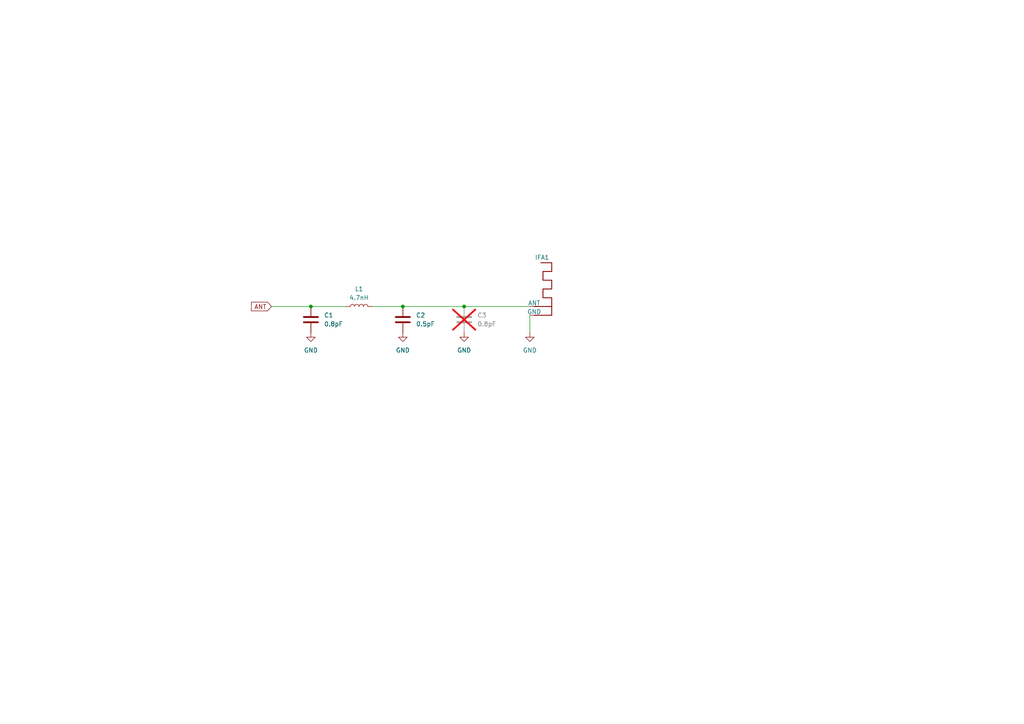
<source format=kicad_sch>
(kicad_sch
	(version 20250114)
	(generator "eeschema")
	(generator_version "9.0")
	(uuid "6a87e904-15b1-4a91-9760-c823a594b897")
	(paper "A4")
	(lib_symbols
		(symbol "Device:C"
			(pin_numbers
				(hide yes)
			)
			(pin_names
				(offset 0.254)
			)
			(exclude_from_sim no)
			(in_bom yes)
			(on_board yes)
			(property "Reference" "C"
				(at 0.635 2.54 0)
				(effects
					(font
						(size 1.27 1.27)
					)
					(justify left)
				)
			)
			(property "Value" "C"
				(at 0.635 -2.54 0)
				(effects
					(font
						(size 1.27 1.27)
					)
					(justify left)
				)
			)
			(property "Footprint" ""
				(at 0.9652 -3.81 0)
				(effects
					(font
						(size 1.27 1.27)
					)
					(hide yes)
				)
			)
			(property "Datasheet" "~"
				(at 0 0 0)
				(effects
					(font
						(size 1.27 1.27)
					)
					(hide yes)
				)
			)
			(property "Description" "Unpolarized capacitor"
				(at 0 0 0)
				(effects
					(font
						(size 1.27 1.27)
					)
					(hide yes)
				)
			)
			(property "ki_keywords" "cap capacitor"
				(at 0 0 0)
				(effects
					(font
						(size 1.27 1.27)
					)
					(hide yes)
				)
			)
			(property "ki_fp_filters" "C_*"
				(at 0 0 0)
				(effects
					(font
						(size 1.27 1.27)
					)
					(hide yes)
				)
			)
			(symbol "C_0_1"
				(polyline
					(pts
						(xy -2.032 0.762) (xy 2.032 0.762)
					)
					(stroke
						(width 0.508)
						(type default)
					)
					(fill
						(type none)
					)
				)
				(polyline
					(pts
						(xy -2.032 -0.762) (xy 2.032 -0.762)
					)
					(stroke
						(width 0.508)
						(type default)
					)
					(fill
						(type none)
					)
				)
			)
			(symbol "C_1_1"
				(pin passive line
					(at 0 3.81 270)
					(length 2.794)
					(name "~"
						(effects
							(font
								(size 1.27 1.27)
							)
						)
					)
					(number "1"
						(effects
							(font
								(size 1.27 1.27)
							)
						)
					)
				)
				(pin passive line
					(at 0 -3.81 90)
					(length 2.794)
					(name "~"
						(effects
							(font
								(size 1.27 1.27)
							)
						)
					)
					(number "2"
						(effects
							(font
								(size 1.27 1.27)
							)
						)
					)
				)
			)
			(embedded_fonts no)
		)
		(symbol "Device:L"
			(pin_numbers
				(hide yes)
			)
			(pin_names
				(offset 1.016)
				(hide yes)
			)
			(exclude_from_sim no)
			(in_bom yes)
			(on_board yes)
			(property "Reference" "L"
				(at -1.27 0 90)
				(effects
					(font
						(size 1.27 1.27)
					)
				)
			)
			(property "Value" "L"
				(at 1.905 0 90)
				(effects
					(font
						(size 1.27 1.27)
					)
				)
			)
			(property "Footprint" ""
				(at 0 0 0)
				(effects
					(font
						(size 1.27 1.27)
					)
					(hide yes)
				)
			)
			(property "Datasheet" "~"
				(at 0 0 0)
				(effects
					(font
						(size 1.27 1.27)
					)
					(hide yes)
				)
			)
			(property "Description" "Inductor"
				(at 0 0 0)
				(effects
					(font
						(size 1.27 1.27)
					)
					(hide yes)
				)
			)
			(property "ki_keywords" "inductor choke coil reactor magnetic"
				(at 0 0 0)
				(effects
					(font
						(size 1.27 1.27)
					)
					(hide yes)
				)
			)
			(property "ki_fp_filters" "Choke_* *Coil* Inductor_* L_*"
				(at 0 0 0)
				(effects
					(font
						(size 1.27 1.27)
					)
					(hide yes)
				)
			)
			(symbol "L_0_1"
				(arc
					(start 0 2.54)
					(mid 0.6323 1.905)
					(end 0 1.27)
					(stroke
						(width 0)
						(type default)
					)
					(fill
						(type none)
					)
				)
				(arc
					(start 0 1.27)
					(mid 0.6323 0.635)
					(end 0 0)
					(stroke
						(width 0)
						(type default)
					)
					(fill
						(type none)
					)
				)
				(arc
					(start 0 0)
					(mid 0.6323 -0.635)
					(end 0 -1.27)
					(stroke
						(width 0)
						(type default)
					)
					(fill
						(type none)
					)
				)
				(arc
					(start 0 -1.27)
					(mid 0.6323 -1.905)
					(end 0 -2.54)
					(stroke
						(width 0)
						(type default)
					)
					(fill
						(type none)
					)
				)
			)
			(symbol "L_1_1"
				(pin passive line
					(at 0 3.81 270)
					(length 1.27)
					(name "1"
						(effects
							(font
								(size 1.27 1.27)
							)
						)
					)
					(number "1"
						(effects
							(font
								(size 1.27 1.27)
							)
						)
					)
				)
				(pin passive line
					(at 0 -3.81 90)
					(length 1.27)
					(name "2"
						(effects
							(font
								(size 1.27 1.27)
							)
						)
					)
					(number "2"
						(effects
							(font
								(size 1.27 1.27)
							)
						)
					)
				)
			)
			(embedded_fonts no)
		)
		(symbol "IFA_1"
			(pin_names
				(offset 0)
			)
			(exclude_from_sim no)
			(in_bom yes)
			(on_board yes)
			(property "Reference" "IFA"
				(at 0 1.27 0)
				(effects
					(font
						(size 1.27 1.27)
					)
				)
			)
			(property "Value" ""
				(at 0 0 0)
				(effects
					(font
						(size 1.27 1.27)
					)
				)
			)
			(property "Footprint" ""
				(at 0 0 0)
				(effects
					(font
						(size 1.27 1.27)
					)
					(hide yes)
				)
			)
			(property "Datasheet" ""
				(at 0 0 0)
				(effects
					(font
						(size 1.27 1.27)
					)
					(hide yes)
				)
			)
			(property "Description" ""
				(at 0 0 0)
				(effects
					(font
						(size 1.27 1.27)
					)
					(hide yes)
				)
			)
			(symbol "IFA_1_1_1"
				(polyline
					(pts
						(xy -7.62 0) (xy -5.08 0) (xy -5.08 -5.08) (xy -5.08 0) (xy -2.54 0) (xy -2.54 -2.54) (xy 0 -2.54)
						(xy 0 0) (xy 2.54 0) (xy 2.54 -2.54) (xy 5.08 -2.54) (xy 5.08 0) (xy 7.62 0) (xy 7.62 -2.54) (xy 7.62 -3.175)
					)
					(stroke
						(width 0.254)
						(type solid)
					)
					(fill
						(type none)
					)
				)
				(polyline
					(pts
						(xy -7.62 -5.08) (xy -7.62 0)
					)
					(stroke
						(width 0.254)
						(type solid)
					)
					(fill
						(type none)
					)
				)
				(pin input line
					(at -7.62 -6.35 90)
					(length 2.54)
					(name "GND"
						(effects
							(font
								(size 1.27 1.27)
							)
						)
					)
					(number ""
						(effects
							(font
								(size 1.27 1.27)
							)
						)
					)
				)
				(pin input line
					(at -5.08 -6.35 90)
					(length 2.54)
					(name "ANT"
						(effects
							(font
								(size 1.27 1.27)
							)
						)
					)
					(number ""
						(effects
							(font
								(size 1.27 1.27)
							)
						)
					)
				)
			)
			(embedded_fonts no)
		)
		(symbol "power:GND"
			(power)
			(pin_numbers
				(hide yes)
			)
			(pin_names
				(offset 0)
				(hide yes)
			)
			(exclude_from_sim no)
			(in_bom yes)
			(on_board yes)
			(property "Reference" "#PWR"
				(at 0 -6.35 0)
				(effects
					(font
						(size 1.27 1.27)
					)
					(hide yes)
				)
			)
			(property "Value" "GND"
				(at 0 -3.81 0)
				(effects
					(font
						(size 1.27 1.27)
					)
				)
			)
			(property "Footprint" ""
				(at 0 0 0)
				(effects
					(font
						(size 1.27 1.27)
					)
					(hide yes)
				)
			)
			(property "Datasheet" ""
				(at 0 0 0)
				(effects
					(font
						(size 1.27 1.27)
					)
					(hide yes)
				)
			)
			(property "Description" "Power symbol creates a global label with name \"GND\" , ground"
				(at 0 0 0)
				(effects
					(font
						(size 1.27 1.27)
					)
					(hide yes)
				)
			)
			(property "ki_keywords" "global power"
				(at 0 0 0)
				(effects
					(font
						(size 1.27 1.27)
					)
					(hide yes)
				)
			)
			(symbol "GND_0_1"
				(polyline
					(pts
						(xy 0 0) (xy 0 -1.27) (xy 1.27 -1.27) (xy 0 -2.54) (xy -1.27 -1.27) (xy 0 -1.27)
					)
					(stroke
						(width 0)
						(type default)
					)
					(fill
						(type none)
					)
				)
			)
			(symbol "GND_1_1"
				(pin power_in line
					(at 0 0 270)
					(length 0)
					(name "~"
						(effects
							(font
								(size 1.27 1.27)
							)
						)
					)
					(number "1"
						(effects
							(font
								(size 1.27 1.27)
							)
						)
					)
				)
			)
			(embedded_fonts no)
		)
	)
	(junction
		(at 116.84 88.9)
		(diameter 0)
		(color 0 0 0 0)
		(uuid "2b439b03-83f6-47f4-9d46-5d923a7b253e")
	)
	(junction
		(at 134.62 88.9)
		(diameter 0)
		(color 0 0 0 0)
		(uuid "add76e1f-1410-40a2-bcb7-d16badaa9bb5")
	)
	(junction
		(at 90.17 88.9)
		(diameter 0)
		(color 0 0 0 0)
		(uuid "e1578a46-89dd-4c3f-9cd4-614f0e0d6eb8")
	)
	(wire
		(pts
			(xy 116.84 88.9) (xy 107.95 88.9)
		)
		(stroke
			(width 0)
			(type default)
		)
		(uuid "27b5793e-80c1-43eb-995d-4af0f5727b58")
	)
	(wire
		(pts
			(xy 153.67 96.52) (xy 153.67 91.44)
		)
		(stroke
			(width 0)
			(type default)
		)
		(uuid "5f867c4b-82cd-4657-aef6-766d70afd2ae")
	)
	(wire
		(pts
			(xy 116.84 88.9) (xy 134.62 88.9)
		)
		(stroke
			(width 0)
			(type default)
		)
		(uuid "678938a4-6292-4535-afee-0882bf7f1f85")
	)
	(wire
		(pts
			(xy 134.62 88.9) (xy 153.67 88.9)
		)
		(stroke
			(width 0)
			(type default)
		)
		(uuid "b13b8afc-1a2c-42ad-b3a5-f2a9628227f6")
	)
	(wire
		(pts
			(xy 100.33 88.9) (xy 90.17 88.9)
		)
		(stroke
			(width 0)
			(type default)
		)
		(uuid "b5c47f12-a83f-4ff7-b835-9ecf1e5139ab")
	)
	(wire
		(pts
			(xy 90.17 88.9) (xy 78.74 88.9)
		)
		(stroke
			(width 0)
			(type default)
		)
		(uuid "c77411f9-60d1-4287-bd12-6ebb2ba5ffb3")
	)
	(global_label "ANT"
		(shape input)
		(at 78.74 88.9 180)
		(fields_autoplaced yes)
		(effects
			(font
				(size 1.27 1.27)
			)
			(justify right)
		)
		(uuid "1aa59bf9-a337-4bca-a10b-f19c88c787c4")
		(property "Intersheetrefs" "${INTERSHEET_REFS}"
			(at 72.3681 88.9 0)
			(effects
				(font
					(size 1.27 1.27)
				)
				(justify right)
				(hide yes)
			)
		)
	)
	(symbol
		(lib_id "power:GND")
		(at 90.17 96.52 0)
		(unit 1)
		(exclude_from_sim no)
		(in_bom yes)
		(on_board yes)
		(dnp no)
		(fields_autoplaced yes)
		(uuid "0195ea80-c448-424f-b510-5a46ae9dd09a")
		(property "Reference" "#PWR01"
			(at 90.17 102.87 0)
			(effects
				(font
					(size 1.27 1.27)
				)
				(hide yes)
			)
		)
		(property "Value" "GND"
			(at 90.17 101.6 0)
			(effects
				(font
					(size 1.27 1.27)
				)
			)
		)
		(property "Footprint" ""
			(at 90.17 96.52 0)
			(effects
				(font
					(size 1.27 1.27)
				)
				(hide yes)
			)
		)
		(property "Datasheet" ""
			(at 90.17 96.52 0)
			(effects
				(font
					(size 1.27 1.27)
				)
				(hide yes)
			)
		)
		(property "Description" "Power symbol creates a global label with name \"GND\" , ground"
			(at 90.17 96.52 0)
			(effects
				(font
					(size 1.27 1.27)
				)
				(hide yes)
			)
		)
		(pin "1"
			(uuid "d36317b1-0c8f-44fe-bb54-9361b09a13ed")
		)
		(instances
			(project ""
				(path "/c35084ab-104c-4a4c-9388-a839989b8e3d/3667dea7-8e32-4a45-b43f-5dd0dd433143"
					(reference "#PWR01")
					(unit 1)
				)
			)
		)
	)
	(symbol
		(lib_id "Device:C")
		(at 90.17 92.71 0)
		(unit 1)
		(exclude_from_sim no)
		(in_bom yes)
		(on_board yes)
		(dnp no)
		(fields_autoplaced yes)
		(uuid "1c7c8038-ee91-4d52-a388-0bbb95c058f8")
		(property "Reference" "C1"
			(at 93.98 91.4399 0)
			(effects
				(font
					(size 1.27 1.27)
				)
				(justify left)
			)
		)
		(property "Value" "0.8pF"
			(at 93.98 93.9799 0)
			(effects
				(font
					(size 1.27 1.27)
				)
				(justify left)
			)
		)
		(property "Footprint" ""
			(at 91.1352 96.52 0)
			(effects
				(font
					(size 1.27 1.27)
				)
				(hide yes)
			)
		)
		(property "Datasheet" "~"
			(at 90.17 92.71 0)
			(effects
				(font
					(size 1.27 1.27)
				)
				(hide yes)
			)
		)
		(property "Description" "Unpolarized capacitor"
			(at 90.17 92.71 0)
			(effects
				(font
					(size 1.27 1.27)
				)
				(hide yes)
			)
		)
		(pin "1"
			(uuid "0c32caf5-403b-4d06-aab2-e755919dea74")
		)
		(pin "2"
			(uuid "fdbb3b23-4556-4bd2-9c8f-e7c5acb9b2d6")
		)
		(instances
			(project ""
				(path "/c35084ab-104c-4a4c-9388-a839989b8e3d/3667dea7-8e32-4a45-b43f-5dd0dd433143"
					(reference "C1")
					(unit 1)
				)
			)
		)
	)
	(symbol
		(lib_id "Device:C")
		(at 134.62 92.71 0)
		(unit 1)
		(exclude_from_sim yes)
		(in_bom no)
		(on_board no)
		(dnp yes)
		(fields_autoplaced yes)
		(uuid "98054476-b234-449b-bf09-dcfc939e49f9")
		(property "Reference" "C3"
			(at 138.43 91.4399 0)
			(effects
				(font
					(size 1.27 1.27)
				)
				(justify left)
			)
		)
		(property "Value" "0.8pF"
			(at 138.43 93.9799 0)
			(effects
				(font
					(size 1.27 1.27)
				)
				(justify left)
			)
		)
		(property "Footprint" ""
			(at 135.5852 96.52 0)
			(effects
				(font
					(size 1.27 1.27)
				)
				(hide yes)
			)
		)
		(property "Datasheet" "~"
			(at 134.62 92.71 0)
			(effects
				(font
					(size 1.27 1.27)
				)
				(hide yes)
			)
		)
		(property "Description" "Unpolarized capacitor"
			(at 134.62 92.71 0)
			(effects
				(font
					(size 1.27 1.27)
				)
				(hide yes)
			)
		)
		(pin "1"
			(uuid "28360bd1-3924-42f3-8632-bafd7a6b8480")
		)
		(pin "2"
			(uuid "3557f3ad-6494-4190-ba64-72785bceb0b2")
		)
		(instances
			(project "hornet_kb"
				(path "/c35084ab-104c-4a4c-9388-a839989b8e3d/3667dea7-8e32-4a45-b43f-5dd0dd433143"
					(reference "C3")
					(unit 1)
				)
			)
		)
	)
	(symbol
		(lib_id "power:GND")
		(at 116.84 96.52 0)
		(unit 1)
		(exclude_from_sim no)
		(in_bom yes)
		(on_board yes)
		(dnp no)
		(fields_autoplaced yes)
		(uuid "af367271-6e7c-49a4-bbd4-3d1a89e470b3")
		(property "Reference" "#PWR02"
			(at 116.84 102.87 0)
			(effects
				(font
					(size 1.27 1.27)
				)
				(hide yes)
			)
		)
		(property "Value" "GND"
			(at 116.84 101.6 0)
			(effects
				(font
					(size 1.27 1.27)
				)
			)
		)
		(property "Footprint" ""
			(at 116.84 96.52 0)
			(effects
				(font
					(size 1.27 1.27)
				)
				(hide yes)
			)
		)
		(property "Datasheet" ""
			(at 116.84 96.52 0)
			(effects
				(font
					(size 1.27 1.27)
				)
				(hide yes)
			)
		)
		(property "Description" "Power symbol creates a global label with name \"GND\" , ground"
			(at 116.84 96.52 0)
			(effects
				(font
					(size 1.27 1.27)
				)
				(hide yes)
			)
		)
		(pin "1"
			(uuid "f657a09a-0538-40e8-9214-306c2eeaf5fd")
		)
		(instances
			(project "hornet_kb"
				(path "/c35084ab-104c-4a4c-9388-a839989b8e3d/3667dea7-8e32-4a45-b43f-5dd0dd433143"
					(reference "#PWR02")
					(unit 1)
				)
			)
		)
	)
	(symbol
		(lib_id "Device:C")
		(at 116.84 92.71 0)
		(unit 1)
		(exclude_from_sim no)
		(in_bom yes)
		(on_board yes)
		(dnp no)
		(fields_autoplaced yes)
		(uuid "bcc4e492-027b-4911-8919-0e9290f7c662")
		(property "Reference" "C2"
			(at 120.65 91.4399 0)
			(effects
				(font
					(size 1.27 1.27)
				)
				(justify left)
			)
		)
		(property "Value" "0.5pF"
			(at 120.65 93.9799 0)
			(effects
				(font
					(size 1.27 1.27)
				)
				(justify left)
			)
		)
		(property "Footprint" ""
			(at 117.8052 96.52 0)
			(effects
				(font
					(size 1.27 1.27)
				)
				(hide yes)
			)
		)
		(property "Datasheet" "~"
			(at 116.84 92.71 0)
			(effects
				(font
					(size 1.27 1.27)
				)
				(hide yes)
			)
		)
		(property "Description" "Unpolarized capacitor"
			(at 116.84 92.71 0)
			(effects
				(font
					(size 1.27 1.27)
				)
				(hide yes)
			)
		)
		(pin "1"
			(uuid "309eb1ad-ad37-426a-aa69-2e027f2c1bc0")
		)
		(pin "2"
			(uuid "67278e3e-8d8e-44e5-884d-f0da378e5a5a")
		)
		(instances
			(project "hornet_kb"
				(path "/c35084ab-104c-4a4c-9388-a839989b8e3d/3667dea7-8e32-4a45-b43f-5dd0dd433143"
					(reference "C2")
					(unit 1)
				)
			)
		)
	)
	(symbol
		(lib_id "power:GND")
		(at 153.67 96.52 0)
		(unit 1)
		(exclude_from_sim no)
		(in_bom yes)
		(on_board yes)
		(dnp no)
		(fields_autoplaced yes)
		(uuid "c62cd0d3-e249-4576-9bdc-ad97431ceb08")
		(property "Reference" "#PWR04"
			(at 153.67 102.87 0)
			(effects
				(font
					(size 1.27 1.27)
				)
				(hide yes)
			)
		)
		(property "Value" "GND"
			(at 153.67 101.6 0)
			(effects
				(font
					(size 1.27 1.27)
				)
			)
		)
		(property "Footprint" ""
			(at 153.67 96.52 0)
			(effects
				(font
					(size 1.27 1.27)
				)
				(hide yes)
			)
		)
		(property "Datasheet" ""
			(at 153.67 96.52 0)
			(effects
				(font
					(size 1.27 1.27)
				)
				(hide yes)
			)
		)
		(property "Description" "Power symbol creates a global label with name \"GND\" , ground"
			(at 153.67 96.52 0)
			(effects
				(font
					(size 1.27 1.27)
				)
				(hide yes)
			)
		)
		(pin "1"
			(uuid "e22e6335-49a3-4787-91cc-e011299c109c")
		)
		(instances
			(project "hornet_kb"
				(path "/c35084ab-104c-4a4c-9388-a839989b8e3d/3667dea7-8e32-4a45-b43f-5dd0dd433143"
					(reference "#PWR04")
					(unit 1)
				)
			)
		)
	)
	(symbol
		(lib_id "power:GND")
		(at 134.62 96.52 0)
		(unit 1)
		(exclude_from_sim no)
		(in_bom yes)
		(on_board yes)
		(dnp no)
		(fields_autoplaced yes)
		(uuid "cf4ea854-af36-47a0-8148-c7288f8c52ab")
		(property "Reference" "#PWR03"
			(at 134.62 102.87 0)
			(effects
				(font
					(size 1.27 1.27)
				)
				(hide yes)
			)
		)
		(property "Value" "GND"
			(at 134.62 101.6 0)
			(effects
				(font
					(size 1.27 1.27)
				)
			)
		)
		(property "Footprint" ""
			(at 134.62 96.52 0)
			(effects
				(font
					(size 1.27 1.27)
				)
				(hide yes)
			)
		)
		(property "Datasheet" ""
			(at 134.62 96.52 0)
			(effects
				(font
					(size 1.27 1.27)
				)
				(hide yes)
			)
		)
		(property "Description" "Power symbol creates a global label with name \"GND\" , ground"
			(at 134.62 96.52 0)
			(effects
				(font
					(size 1.27 1.27)
				)
				(hide yes)
			)
		)
		(pin "1"
			(uuid "c2f69867-c494-4d6c-bebf-7d4f6c49c258")
		)
		(instances
			(project "hornet_kb"
				(path "/c35084ab-104c-4a4c-9388-a839989b8e3d/3667dea7-8e32-4a45-b43f-5dd0dd433143"
					(reference "#PWR03")
					(unit 1)
				)
			)
		)
	)
	(symbol
		(lib_id "Device:L")
		(at 104.14 88.9 90)
		(unit 1)
		(exclude_from_sim no)
		(in_bom yes)
		(on_board yes)
		(dnp no)
		(fields_autoplaced yes)
		(uuid "f47536d7-b1cd-4228-acf5-2635b5feb6ae")
		(property "Reference" "L1"
			(at 104.14 83.82 90)
			(effects
				(font
					(size 1.27 1.27)
				)
			)
		)
		(property "Value" "4.7nH"
			(at 104.14 86.36 90)
			(effects
				(font
					(size 1.27 1.27)
				)
			)
		)
		(property "Footprint" ""
			(at 104.14 88.9 0)
			(effects
				(font
					(size 1.27 1.27)
				)
				(hide yes)
			)
		)
		(property "Datasheet" "~"
			(at 104.14 88.9 0)
			(effects
				(font
					(size 1.27 1.27)
				)
				(hide yes)
			)
		)
		(property "Description" "Inductor"
			(at 104.14 88.9 0)
			(effects
				(font
					(size 1.27 1.27)
				)
				(hide yes)
			)
		)
		(pin "2"
			(uuid "98008cf9-5ad0-4d7a-a182-7b8362d3b844")
		)
		(pin "1"
			(uuid "02d5559e-08f4-4020-9097-e4c04a91fa46")
		)
		(instances
			(project ""
				(path "/c35084ab-104c-4a4c-9388-a839989b8e3d/3667dea7-8e32-4a45-b43f-5dd0dd433143"
					(reference "L1")
					(unit 1)
				)
			)
		)
	)
	(symbol
		(lib_name "IFA_1")
		(lib_id "Device:IFA")
		(at 160.02 83.82 270)
		(mirror x)
		(unit 1)
		(exclude_from_sim no)
		(in_bom yes)
		(on_board yes)
		(dnp no)
		(uuid "f84ae991-3e2e-4da9-aa12-db001e0bf5fc")
		(property "Reference" "IFA1"
			(at 157.226 74.676 90)
			(effects
				(font
					(size 1.27 1.27)
				)
			)
		)
		(property "Value" "~"
			(at 157.48 73.66 90)
			(effects
				(font
					(size 1.27 1.27)
				)
				(hide yes)
			)
		)
		(property "Footprint" ""
			(at 160.02 83.82 0)
			(effects
				(font
					(size 1.27 1.27)
				)
				(hide yes)
			)
		)
		(property "Datasheet" ""
			(at 160.02 83.82 0)
			(effects
				(font
					(size 1.27 1.27)
				)
				(hide yes)
			)
		)
		(property "Description" ""
			(at 160.02 83.82 0)
			(effects
				(font
					(size 1.27 1.27)
				)
				(hide yes)
			)
		)
		(pin ""
			(uuid "2cd36c5c-8234-4f21-b88d-a2bdf4e55e0a")
		)
		(pin ""
			(uuid "60be27bc-88d9-4d08-808c-e6e79e432d12")
		)
		(instances
			(project ""
				(path "/c35084ab-104c-4a4c-9388-a839989b8e3d/3667dea7-8e32-4a45-b43f-5dd0dd433143"
					(reference "IFA1")
					(unit 1)
				)
			)
		)
	)
)

</source>
